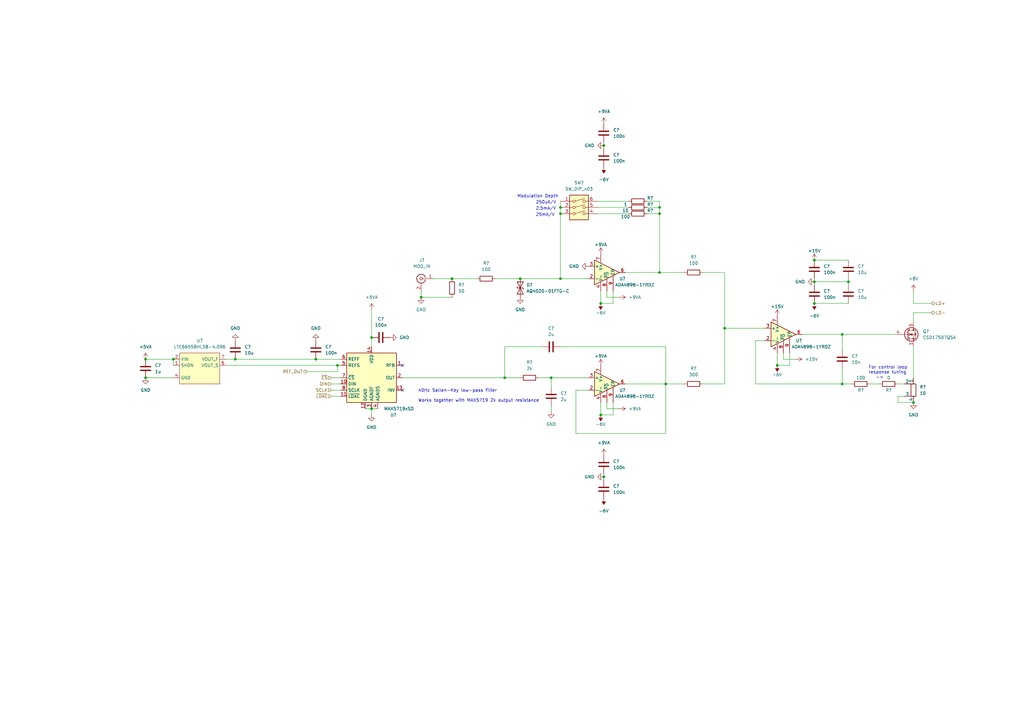
<source format=kicad_sch>
(kicad_sch (version 20211123) (generator eeschema)
  (paper "A3")
  (lib_symbols
    (symbol "Amplifier_Operational:ADA4898-1YRDZ" (pin_names (offset 0.127))
      (property "Reference" "U" (at 3.81 3.81 0))
      (property "Value" "ADA4898-1YRDZ" (at 11.43 -2.54 0))
      (symbol "ADA4898-1YRDZ_1_1"
        (polyline (pts (xy -5.08 5.08) (xy 5.08 0) (xy -5.08 -5.08) (xy -5.08 5.08)) (stroke (width 0.254)) (fill (type background)))
        (pin input line (at -7.62 -2.54 0) (length 2.54) (name "-") (number "2"))
        (pin input line (at -7.62 2.54 0) (length 2.54) (name "+") (number "3"))
        (pin power_in line (at -2.54 -7.62 90) (length 3.81) (name "V-") (number "4"))
        (pin output line (at 7.62 0 180) (length 2.54) (name "~") (number "6"))
        (pin power_in line (at -2.54 7.62 270) (length 3.81) (name "V+") (number "7"))
        (pin input line (at 0 -7.62 90) (length 5.08) (name "~{PD}") (number "8"))
        (pin passive line (at 2.54 -7.62 90) (length 6.35) (name "EP") (number "9"))
      )
    )
    (symbol "Analog_DAC:MAX5719xSD"
      (property "Reference" "U" (at -10.16 11.43 0))
      (property "Value" "MAX5719xSD" (at 1.27 11.43 0))
      (symbol "MAX5719xSD_0_1"
        (rectangle (start -10.16 10.16) (end 10.16 -10.16) (stroke (width 0.254)) (fill (type background)))
      )
      (symbol "MAX5719xSD_1_1"
        (pin passive line (at 12.7 5.08 180) (length 2.54) (name "RFB") (number "1"))
        (pin input line (at -12.7 -2.54 0) (length 2.54) (name "DIN") (number "10"))
        (pin input line (at -12.7 -7.62 0) (length 2.54) (name "~{LDAC}") (number "11"))
        (pin power_in line (at -2.54 -12.7 90) (length 2.54) (name "DGND") (number "12"))
        (pin passive line (at 12.7 -5.08 180) (length 2.54) (name "INV") (number "13"))
        (pin power_in line (at 0 12.7 270) (length 2.54) (name "VDD") (number "14"))
        (pin output line (at 12.7 0 180) (length 2.54) (name "OUT") (number "2"))
        (pin power_in line (at 0 -12.7 90) (length 2.54) (name "AGNDF") (number "3"))
        (pin power_in line (at 2.54 -12.7 90) (length 2.54) (name "AGNDS") (number "4"))
        (pin input line (at -12.7 5.08 0) (length 2.54) (name "REFS") (number "5"))
        (pin input line (at -12.7 7.62 0) (length 2.54) (name "REFF") (number "6"))
        (pin input line (at -12.7 0 0) (length 2.54) (name "~{CS}") (number "7"))
        (pin input line (at -12.7 -5.08 0) (length 2.54) (name "SCLK") (number "8"))
        (pin no_connect line (at 10.16 -7.62 180) (length 2.54) hide (name "NC") (number "9"))
      )
    )
    (symbol "Connector:Conn_Coaxial" (pin_names (offset 1.016) hide)
      (property "Reference" "J" (at 0.254 3.048 0))
      (property "Value" "Conn_Coaxial" (at 2.921 0 90))
      (symbol "Conn_Coaxial_0_1"
        (arc (start -1.778 -0.508) (mid 0.2311 -1.8066) (end 1.778 0) (stroke (width 0.254)))
        (polyline (pts (xy -2.54 0) (xy -0.508 0)))
        (polyline (pts (xy 0 -2.54) (xy 0 -1.778)))
        (circle (center 0 0) (radius 0.508) (stroke (width 0.2032)))
        (arc (start 1.778 0) (mid 0.2099 1.8101) (end -1.778 0.508) (stroke (width 0.254)))
      )
      (symbol "Conn_Coaxial_1_1"
        (pin passive line (at -5.08 0 0) (length 2.54) (name "In") (number "1"))
        (pin passive line (at 0 -5.08 90) (length 2.54) (name "Ext") (number "2"))
      )
    )
    (symbol "Device:C" (pin_numbers hide) (pin_names (offset 0.254))
      (property "Reference" "C" (at 0.635 2.54 0))
      (property "Value" "C" (at 0.635 -2.54 0))
      (symbol "C_0_1"
        (polyline (pts (xy -2.032 -0.762) (xy 2.032 -0.762)) (stroke (width 0.508)))
        (polyline (pts (xy -2.032 0.762) (xy 2.032 0.762)) (stroke (width 0.508)))
      )
      (symbol "C_1_1"
        (pin passive line (at 0 3.81 270) (length 2.794) (name "~") (number "1"))
        (pin passive line (at 0 -3.81 90) (length 2.794) (name "~") (number "2"))
      )
    )
    (symbol "Device:D_TVS" (pin_numbers hide) (pin_names (offset 1.016) hide)
      (property "Reference" "D" (at 0 2.54 0))
      (property "Value" "D_TVS" (at 0 -2.54 0))
      (symbol "D_TVS_0_1"
        (polyline (pts (xy 1.27 0) (xy -1.27 0)))
        (polyline (pts (xy 0.508 1.27) (xy 0 1.27) (xy 0 -1.27) (xy -0.508 -1.27)) (stroke (width 0.254)))
        (polyline (pts (xy -2.54 1.27) (xy -2.54 -1.27) (xy 2.54 1.27) (xy 2.54 -1.27) (xy -2.54 1.27)) (stroke (width 0.254)))
      )
      (symbol "D_TVS_1_1"
        (pin passive line (at -3.81 0 0) (length 2.54) (name "A1") (number "1"))
        (pin passive line (at 3.81 0 180) (length 2.54) (name "A2") (number "2"))
      )
    )
    (symbol "Device:R" (pin_numbers hide) (pin_names (offset 0))
      (property "Reference" "R" (at 2.032 0 90))
      (property "Value" "R" (at 0 0 90))
      (symbol "R_0_1"
        (rectangle (start -1.016 -2.54) (end 1.016 2.54) (stroke (width 0.254)))
      )
      (symbol "R_1_1"
        (pin passive line (at 0 3.81 270) (length 1.27) (name "~") (number "1"))
        (pin passive line (at 0 -3.81 90) (length 1.27) (name "~") (number "2"))
      )
    )
    (symbol "Device:R_Shunt" (pin_numbers hide) (pin_names (offset 0))
      (property "Reference" "R" (at -4.445 0 90))
      (property "Value" "R_Shunt" (at -2.54 0 90))
      (symbol "R_Shunt_0_1"
        (rectangle (start -1.016 -2.54) (end 1.016 2.54) (stroke (width 0.254)))
        (polyline (pts (xy 0 -2.54) (xy 1.27 -2.54)))
        (polyline (pts (xy 1.27 2.54) (xy 0 2.54)))
      )
      (symbol "R_Shunt_1_1"
        (pin passive line (at 0 5.08 270) (length 2.54) (name "1") (number "1"))
        (pin passive line (at 3.81 2.54 180) (length 2.54) (name "2") (number "2"))
        (pin passive line (at 3.81 -2.54 180) (length 2.54) (name "3") (number "3"))
        (pin passive line (at 0 -5.08 90) (length 2.54) (name "4") (number "4"))
      )
    )
    (symbol "Switch:SW_DIP_x03" (pin_names (offset 0) hide)
      (property "Reference" "SW" (at 0 8.89 0))
      (property "Value" "SW_DIP_x03" (at 0 -3.81 0))
      (symbol "SW_DIP_x03_0_0"
        (circle (center -2.032 0) (radius 0.508))
        (circle (center -2.032 2.54) (radius 0.508))
        (circle (center -2.032 5.08) (radius 0.508))
        (polyline (pts (xy -1.524 0.127) (xy 2.3622 1.1684)))
        (polyline (pts (xy -1.524 2.667) (xy 2.3622 3.7084)))
        (polyline (pts (xy -1.524 5.207) (xy 2.3622 6.2484)))
        (circle (center 2.032 0) (radius 0.508))
        (circle (center 2.032 2.54) (radius 0.508))
        (circle (center 2.032 5.08) (radius 0.508))
      )
      (symbol "SW_DIP_x03_0_1"
        (rectangle (start -3.81 7.62) (end 3.81 -2.54) (stroke (width 0.254)) (fill (type background)))
      )
      (symbol "SW_DIP_x03_1_1"
        (pin passive line (at -7.62 5.08 0) (length 5.08) (name "~") (number "1"))
        (pin passive line (at -7.62 2.54 0) (length 5.08) (name "~") (number "2"))
        (pin passive line (at -7.62 0 0) (length 5.08) (name "~") (number "3"))
        (pin passive line (at 7.62 0 180) (length 5.08) (name "~") (number "4"))
        (pin passive line (at 7.62 2.54 180) (length 5.08) (name "~") (number "5"))
        (pin passive line (at 7.62 5.08 180) (length 5.08) (name "~") (number "6"))
      )
    )
    (symbol "Transistor_FET:CSD17507Q5A" (pin_names hide)
      (property "Reference" "Q" (at 5.08 1.905 0))
      (property "Value" "CSD17507Q5A" (at 5.08 0 0))
      (symbol "CSD17507Q5A_0_1"
        (polyline (pts (xy 0.254 0) (xy -2.54 0)))
        (polyline (pts (xy 0.254 1.905) (xy 0.254 -1.905)) (stroke (width 0.254)))
        (polyline (pts (xy 0.762 -1.27) (xy 0.762 -2.286)) (stroke (width 0.254)))
        (polyline (pts (xy 0.762 0.508) (xy 0.762 -0.508)) (stroke (width 0.254)))
        (polyline (pts (xy 0.762 2.286) (xy 0.762 1.27)) (stroke (width 0.254)))
        (polyline (pts (xy 2.54 2.54) (xy 2.54 1.778)))
        (polyline (pts (xy 2.54 -2.54) (xy 2.54 0) (xy 0.762 0)))
        (polyline (pts (xy 0.762 -1.778) (xy 3.302 -1.778) (xy 3.302 1.778) (xy 0.762 1.778)))
        (polyline (pts (xy 1.016 0) (xy 2.032 0.381) (xy 2.032 -0.381) (xy 1.016 0)) (fill (type outline)))
        (polyline (pts (xy 2.794 0.508) (xy 2.921 0.381) (xy 3.683 0.381) (xy 3.81 0.254)))
        (polyline (pts (xy 3.302 0.381) (xy 2.921 -0.254) (xy 3.683 -0.254) (xy 3.302 0.381)))
        (circle (center 1.651 0) (radius 2.794) (stroke (width 0.254)))
        (circle (center 2.54 -1.778) (radius 0.254) (fill (type outline)))
        (circle (center 2.54 1.778) (radius 0.254) (fill (type outline)))
      )
      (symbol "CSD17507Q5A_1_1"
        (pin passive line (at 2.54 -5.08 90) (length 2.54) (name "S") (number "1"))
        (pin passive line (at 2.54 -5.08 90) (length 2.54) hide (name "S") (number "2"))
        (pin passive line (at 2.54 -5.08 90) (length 2.54) hide (name "S") (number "3"))
        (pin passive line (at -5.08 0 0) (length 2.54) (name "G") (number "4"))
        (pin passive line (at 2.54 5.08 270) (length 2.54) (name "D") (number "5"))
      )
    )
    (symbol "kirdy:LTC6655"
      (property "Reference" "U" (at 0 -10.16 0))
      (property "Value" "LTC6655" (at 0 -7.62 0))
      (symbol "LTC6655_0_0"
        (pin input line (at -10.16 2.54 0) (length 2.54) (name "SHDN") (number "1"))
        (pin power_in line (at -10.16 5.08 0) (length 2.54) (name "VIN") (number "2"))
        (pin power_in line (at -10.16 -2.54 0) (length 2.54) hide (name "GND") (number "3"))
        (pin power_in line (at -10.16 -2.54 0) (length 2.54) (name "GND") (number "4"))
        (pin power_in line (at -10.16 -2.54 0) (length 2.54) hide (name "GND") (number "5"))
        (pin input line (at 11.43 2.54 180) (length 2.54) (name "VOUT_S") (number "6"))
        (pin output line (at 11.43 5.08 180) (length 2.54) (name "VOUT_F") (number "7"))
        (pin power_in line (at -10.16 -2.54 0) (length 2.54) hide (name "GND") (number "8"))
      )
      (symbol "LTC6655_0_1"
        (rectangle (start -7.62 7.62) (end 8.89 -5.08) (fill (type background)))
      )
    )
    (symbol "power:+15V" (power) (pin_names (offset 0))
      (property "Value" "+15V" (at 0 3.556 0))
      (symbol "+15V_0_1"
        (polyline (pts (xy -0.762 1.27) (xy 0 2.54)))
        (polyline (pts (xy 0 0) (xy 0 2.54)))
        (polyline (pts (xy 0 2.54) (xy 0.762 1.27)))
      )
      (symbol "+15V_1_1"
        (pin power_in line (at 0 0 90) (length 0) hide (name "+15V") (number "1"))
      )
    )
    (symbol "power:+5VA" (power) (pin_names (offset 0))
      (property "Value" "+5VA" (at 0 3.556 0))
      (symbol "+5VA_0_1"
        (polyline (pts (xy -0.762 1.27) (xy 0 2.54)))
        (polyline (pts (xy 0 0) (xy 0 2.54)))
        (polyline (pts (xy 0 2.54) (xy 0.762 1.27)))
      )
      (symbol "+5VA_1_1"
        (pin power_in line (at 0 0 90) (length 0) hide (name "+5VA") (number "1"))
      )
    )
    (symbol "power:+8V" (power) (pin_names (offset 0))
      (property "Value" "+8V" (at 0 3.556 0))
      (symbol "+8V_0_1"
        (polyline (pts (xy -0.762 1.27) (xy 0 2.54)))
        (polyline (pts (xy 0 0) (xy 0 2.54)))
        (polyline (pts (xy 0 2.54) (xy 0.762 1.27)))
      )
      (symbol "+8V_1_1"
        (pin power_in line (at 0 0 90) (length 0) hide (name "+8V") (number "1"))
      )
    )
    (symbol "power:+9VA" (power) (pin_names (offset 0))
      (property "Value" "+9VA" (at 0 3.81 0))
      (symbol "+9VA_0_1"
        (polyline (pts (xy -0.762 1.27) (xy 0 2.54)))
        (polyline (pts (xy 0 0) (xy 0 2.54)))
        (polyline (pts (xy 0 2.54) (xy 0.762 1.27)))
      )
      (symbol "+9VA_1_1"
        (pin power_in line (at 0 0 90) (length 0) hide (name "+9VA") (number "1"))
      )
    )
    (symbol "power:-6V" (power) (pin_names (offset 0))
      (property "Value" "-6V" (at 0 3.81 0))
      (symbol "-6V_0_0"
        (pin power_in line (at 0 0 90) (length 0) hide (name "-6V") (number "1"))
      )
      (symbol "-6V_0_1"
        (polyline (pts (xy 0 0) (xy 0 1.27) (xy 0.762 1.27) (xy 0 2.54) (xy -0.762 1.27) (xy 0 1.27)) (fill (type outline)))
      )
    )
    (symbol "power:GND" (power) (pin_names (offset 0))
      (property "Value" "GND" (at 0 -3.81 0))
      (symbol "GND_0_1"
        (polyline (pts (xy 0 0) (xy 0 -1.27) (xy 1.27 -1.27) (xy 0 -2.54) (xy -1.27 -1.27) (xy 0 -1.27)))
      )
      (symbol "GND_1_1"
        (pin power_in line (at 0 0 270) (length 0) hide (name "GND") (number "1"))
      )
    )
  )
  (junction (at 229.87 87.63))
  (junction (at 270.51 111.76))
  (junction (at 318.77 149.86))
  (junction (at 229.87 85.09))
  (junction (at 334.01 115.57))
  (junction (at 138.43 149.86))
  (junction (at 247.65 59.69))
  (junction (at 213.36 114.3))
  (junction (at 334.01 106.68))
  (junction (at 185.42 114.3))
  (junction (at 246.38 170.18))
  (junction (at 273.05 157.48))
  (junction (at 246.38 124.46))
  (junction (at 129.54 147.32))
  (junction (at 207.01 154.94))
  (junction (at 96.52 147.32))
  (junction (at 347.98 115.57))
  (junction (at 226.06 154.94))
  (junction (at 247.65 195.58))
  (junction (at 71.12 147.32))
  (junction (at 334.01 124.46))
  (junction (at 270.51 87.63))
  (junction (at 345.44 157.48))
  (junction (at 374.65 165.1))
  (junction (at 59.69 154.94))
  (junction (at 152.4 138.43))
  (junction (at 152.4 167.64))
  (junction (at 345.44 137.16))
  (junction (at 270.51 85.09))
  (junction (at 172.72 121.92))
  (junction (at 59.69 147.32))
  (junction (at 229.87 114.3))
  (junction (at 297.18 134.62))
  (no_connect (at 165.1 160.02))
  (no_connect (at 165.1 149.86))
  (wire (pts (xy 226.06 166.37) (xy 226.06 168.91)))
  (wire (pts (xy 207.01 154.94) (xy 213.36 154.94)))
  (wire (pts (xy 71.12 147.32) (xy 71.12 149.86)))
  (wire (pts (xy 247.65 194.31) (xy 247.65 195.58)))
  (wire (pts (xy 172.72 121.92) (xy 185.42 121.92)))
  (wire (pts (xy 273.05 157.48) (xy 280.67 157.48)))
  (wire (pts (xy 334.01 115.57) (xy 334.01 116.84)))
  (wire (pts (xy 374.65 132.08) (xy 374.65 128.27)))
  (wire (pts (xy 229.87 142.24) (xy 273.05 142.24)))
  (wire (pts (xy 172.72 121.92) (xy 172.72 119.38)))
  (wire (pts (xy 125.73 152.4) (xy 138.43 152.4)))
  (wire (pts (xy 345.44 137.16) (xy 345.44 143.51)))
  (wire (pts (xy 328.93 137.16) (xy 345.44 137.16)))
  (wire (pts (xy 248.92 167.64) (xy 254 167.64)))
  (wire (pts (xy 213.36 114.3) (xy 229.87 114.3)))
  (wire (pts (xy 288.29 157.48) (xy 297.18 157.48)))
  (wire (pts (xy 247.65 59.69) (xy 247.65 60.96)))
  (wire (pts (xy 185.42 114.3) (xy 195.58 114.3)))
  (wire (pts (xy 177.8 114.3) (xy 185.42 114.3)))
  (wire (pts (xy 135.89 160.02) (xy 139.7 160.02)))
  (wire (pts (xy 270.51 82.55) (xy 270.51 85.09)))
  (wire (pts (xy 270.51 87.63) (xy 270.51 111.76)))
  (wire (pts (xy 203.2 114.3) (xy 213.36 114.3)))
  (wire (pts (xy 321.31 147.32) (xy 326.39 147.32)))
  (wire (pts (xy 368.3 162.56) (xy 368.3 165.1)))
  (wire (pts (xy 152.4 127) (xy 152.4 138.43)))
  (wire (pts (xy 96.52 147.32) (xy 129.54 147.32)))
  (wire (pts (xy 135.89 157.48) (xy 139.7 157.48)))
  (wire (pts (xy 270.51 111.76) (xy 280.67 111.76)))
  (wire (pts (xy 247.65 58.42) (xy 247.65 59.69)))
  (wire (pts (xy 138.43 152.4) (xy 138.43 149.86)))
  (wire (pts (xy 265.43 87.63) (xy 270.51 87.63)))
  (wire (pts (xy 135.89 154.94) (xy 139.7 154.94)))
  (wire (pts (xy 345.44 137.16) (xy 367.03 137.16)))
  (wire (pts (xy 256.54 157.48) (xy 273.05 157.48)))
  (wire (pts (xy 226.06 154.94) (xy 241.3 154.94)))
  (wire (pts (xy 220.98 154.94) (xy 226.06 154.94)))
  (wire (pts (xy 245.11 87.63) (xy 257.81 87.63)))
  (wire (pts (xy 273.05 177.8) (xy 273.05 157.48)))
  (wire (pts (xy 374.65 128.27) (xy 382.27 128.27)))
  (wire (pts (xy 138.43 149.86) (xy 139.7 149.86)))
  (wire (pts (xy 347.98 115.57) (xy 334.01 115.57)))
  (wire (pts (xy 92.71 149.86) (xy 138.43 149.86)))
  (wire (pts (xy 236.22 160.02) (xy 236.22 177.8)))
  (wire (pts (xy 251.46 124.46) (xy 251.46 119.38)))
  (wire (pts (xy 246.38 119.38) (xy 246.38 124.46)))
  (wire (pts (xy 251.46 170.18) (xy 251.46 165.1)))
  (wire (pts (xy 207.01 142.24) (xy 207.01 154.94)))
  (wire (pts (xy 222.25 142.24) (xy 207.01 142.24)))
  (wire (pts (xy 265.43 82.55) (xy 270.51 82.55)))
  (wire (pts (xy 297.18 134.62) (xy 313.69 134.62)))
  (wire (pts (xy 248.92 119.38) (xy 248.92 121.92)))
  (wire (pts (xy 246.38 124.46) (xy 251.46 124.46)))
  (wire (pts (xy 297.18 111.76) (xy 297.18 134.62)))
  (wire (pts (xy 318.77 149.86) (xy 323.85 149.86)))
  (wire (pts (xy 368.3 162.56) (xy 370.84 162.56)))
  (wire (pts (xy 92.71 147.32) (xy 96.52 147.32)))
  (wire (pts (xy 236.22 177.8) (xy 273.05 177.8)))
  (wire (pts (xy 356.87 157.48) (xy 360.68 157.48)))
  (wire (pts (xy 248.92 165.1) (xy 248.92 167.64)))
  (wire (pts (xy 165.1 154.94) (xy 207.01 154.94)))
  (wire (pts (xy 368.3 157.48) (xy 370.84 157.48)))
  (wire (pts (xy 256.54 111.76) (xy 270.51 111.76)))
  (wire (pts (xy 288.29 111.76) (xy 297.18 111.76)))
  (wire (pts (xy 265.43 85.09) (xy 270.51 85.09)))
  (wire (pts (xy 59.69 147.32) (xy 71.12 147.32)))
  (wire (pts (xy 59.69 154.94) (xy 71.12 154.94)))
  (wire (pts (xy 345.44 157.48) (xy 309.88 157.48)))
  (wire (pts (xy 229.87 82.55) (xy 229.87 85.09)))
  (wire (pts (xy 246.38 170.18) (xy 251.46 170.18)))
  (wire (pts (xy 318.77 144.78) (xy 318.77 149.86)))
  (wire (pts (xy 309.88 157.48) (xy 309.88 139.7)))
  (wire (pts (xy 152.4 138.43) (xy 152.4 142.24)))
  (wire (pts (xy 321.31 144.78) (xy 321.31 147.32)))
  (wire (pts (xy 374.65 124.46) (xy 382.27 124.46)))
  (wire (pts (xy 297.18 157.48) (xy 297.18 134.62)))
  (wire (pts (xy 229.87 85.09) (xy 229.87 87.63)))
  (wire (pts (xy 149.86 167.64) (xy 152.4 167.64)))
  (wire (pts (xy 135.89 162.56) (xy 139.7 162.56)))
  (wire (pts (xy 248.92 121.92) (xy 254 121.92)))
  (wire (pts (xy 129.54 147.32) (xy 139.7 147.32)))
  (wire (pts (xy 345.44 157.48) (xy 349.25 157.48)))
  (wire (pts (xy 246.38 165.1) (xy 246.38 170.18)))
  (wire (pts (xy 247.65 195.58) (xy 247.65 196.85)))
  (wire (pts (xy 229.87 87.63) (xy 229.87 114.3)))
  (wire (pts (xy 245.11 85.09) (xy 257.81 85.09)))
  (wire (pts (xy 347.98 114.3) (xy 347.98 115.57)))
  (wire (pts (xy 374.65 119.38) (xy 374.65 124.46)))
  (wire (pts (xy 152.4 167.64) (xy 152.4 170.18)))
  (wire (pts (xy 273.05 142.24) (xy 273.05 157.48)))
  (wire (pts (xy 347.98 115.57) (xy 347.98 116.84)))
  (wire (pts (xy 226.06 154.94) (xy 226.06 158.75)))
  (wire (pts (xy 241.3 160.02) (xy 236.22 160.02)))
  (wire (pts (xy 368.3 165.1) (xy 374.65 165.1)))
  (wire (pts (xy 334.01 114.3) (xy 334.01 115.57)))
  (wire (pts (xy 334.01 106.68) (xy 347.98 106.68)))
  (wire (pts (xy 334.01 124.46) (xy 347.98 124.46)))
  (wire (pts (xy 374.65 142.24) (xy 374.65 154.94)))
  (wire (pts (xy 323.85 149.86) (xy 323.85 144.78)))
  (wire (pts (xy 229.87 114.3) (xy 241.3 114.3)))
  (wire (pts (xy 345.44 151.13) (xy 345.44 157.48)))
  (wire (pts (xy 245.11 82.55) (xy 257.81 82.55)))
  (wire (pts (xy 270.51 85.09) (xy 270.51 87.63)))
  (wire (pts (xy 152.4 167.64) (xy 154.94 167.64)))
  (wire (pts (xy 309.88 139.7) (xy 313.69 139.7)))
  (text "250uA/V" (at 219.71 83.82 0) (effects (font (size 1.27 1.27)) (justify left bottom)))
  (text "2.5mA/V" (at 219.71 86.36 0) (effects (font (size 1.27 1.27)) (justify left bottom)))
  (text "For control loop\nresponse tuning\n   ->" (at 356.235 155.575 0) (effects (font (size 1.27 1.27)) (justify left bottom)))
  (text "25mA/V" (at 219.71 88.9 0) (effects (font (size 1.27 1.27)) (justify left bottom)))
  (text "40Hz Sallen-Key low-pass filter\n\nWorks together with MAX5719 2k output resistance" (at 171.45 165.1 0) (effects (font (size 1.27 1.27)) (justify left bottom)))
  (text "Modulation Depth" (at 212.09 81.28 0) (effects (font (size 1.27 1.27)) (justify left bottom)))
  (hierarchical_label "~{LDAC}" (shape input) (at 135.89 162.56 180))
  (hierarchical_label "LD+" (shape output) (at 382.27 124.46 0))
  (hierarchical_label "SCLK" (shape input) (at 135.89 160.02 180))
  (hierarchical_label "REF_OUT" (shape output) (at 125.73 152.4 180))
  (hierarchical_label "DIN" (shape input) (at 135.89 157.48 180))
  (hierarchical_label "LD-" (shape output) (at 382.27 128.27 0))
  (hierarchical_label "~{CS}" (shape input) (at 135.89 154.94 180))
  (symbol (lib_id "Device:R") (at 261.62 87.63 90) (unit 1)
    (property "Reference" "R?" (at 266.7 86.36 90))
    (property "Value" "100" (at 256.54 88.9 90))
  )
  (symbol (lib_id "Device:C") (at 226.06 142.24 90) (unit 1)
    (property "Reference" "C?" (at 226.06 134.62 90))
    (property "Value" "2u" (at 226.06 137.16 90))
  )
  (symbol (lib_id "power:+15V") (at 334.01 106.68 0) (unit 1)
    (property "Reference" "#PWR?" (effects hide))
    (property "Value" "+15V" (at 334.01 102.87 0))
  )
  (symbol (lib_id "power:+9VA") (at 247.65 50.8 0) (unit 1)
    (property "Reference" "#PWR?" (effects hide))
    (property "Value" "+9VA" (at 247.65 45.72 0))
  )
  (symbol (lib_id "Device:R") (at 364.49 157.48 90) (unit 1)
    (property "Reference" "R?" (at 364.49 160.02 90))
    (property "Value" "0" (at 364.49 154.94 90))
  )
  (symbol (lib_id "power:-6V") (at 247.65 68.58 180) (unit 1)
    (property "Reference" "#PWR?" (effects hide))
    (property "Value" "-6V" (at 247.65 73.66 0))
  )
  (symbol (lib_id "power:+5VA") (at 59.69 147.32 0) (unit 1)
    (property "Reference" "#PWR?" (effects hide))
    (property "Value" "+5VA" (at 59.69 142.24 0))
  )
  (symbol (lib_id "Device:C") (at 347.98 120.65 0) (unit 1)
    (property "Reference" "C?" (at 351.79 119.3799 0) (effects (justify left)))
    (property "Value" "10u" (at 351.79 121.9199 0) (effects (justify left)))
  )
  (symbol (lib_id "Device:C") (at 96.52 143.51 0) (unit 1)
    (property "Reference" "C?" (at 100.33 142.2399 0) (effects (justify left)))
    (property "Value" "10u" (at 100.33 144.7799 0) (effects (justify left)))
  )
  (symbol (lib_id "Device:R") (at 353.06 157.48 90) (unit 1)
    (property "Reference" "R?" (at 353.06 160.02 90))
    (property "Value" "100" (at 353.06 154.94 90))
  )
  (symbol (lib_id "power:GND") (at 247.65 195.58 270) (unit 1)
    (property "Reference" "#PWR?" (effects hide))
    (property "Value" "GND" (at 243.84 195.5799 90) (effects (justify right)))
  )
  (symbol (lib_id "power:GND") (at 152.4 170.18 0) (unit 1)
    (property "Reference" "#PWR?" (effects hide))
    (property "Value" "GND" (at 152.4 175.26 0))
  )
  (symbol (lib_id "Amplifier_Operational:ADA4898-1YRDZ") (at 321.31 137.16 0) (unit 1)
    (property "Reference" "U?" (at 327.66 139.7 0))
    (property "Value" "ADA4898-1YRDZ" (at 332.74 142.24 0))
    (property "Footprint" "Package_SO:SOIC-8-1EP_3.9x4.9mm_P1.27mm_EP2.29x3mm" (effects hide))
    (property "Datasheet" "https://www.analog.com/media/en/technical-documentation/data-sheets/ada4898-1_4898-2.pdf" (effects hide))
  )
  (symbol (lib_id "Device:C") (at 345.44 147.32 0) (unit 1)
    (property "Reference" "C?" (at 349.25 146.0499 0) (effects (justify left)))
    (property "Value" "10n" (at 349.25 148.5899 0) (effects (justify left)))
  )
  (symbol (lib_id "Device:R") (at 284.48 157.48 90) (unit 1)
    (property "Reference" "R?" (at 284.48 151.13 90))
    (property "Value" "300" (at 284.48 153.67 90))
  )
  (symbol (lib_id "power:GND") (at 160.02 138.43 90) (unit 1)
    (property "Reference" "#PWR?" (effects hide))
    (property "Value" "GND" (at 163.83 138.4299 90) (effects (justify right)))
  )
  (symbol (lib_id "power:GND") (at 59.69 154.94 0) (unit 1)
    (property "Reference" "#PWR?" (effects hide))
    (property "Value" "GND" (at 59.69 160.02 0))
  )
  (symbol (lib_id "power:GND") (at 96.52 139.7 180) (unit 1)
    (property "Reference" "#PWR?" (effects hide))
    (property "Value" "GND" (at 96.52 134.62 0))
  )
  (symbol (lib_id "power:+9VA") (at 247.65 186.69 0) (unit 1)
    (property "Reference" "#PWR?" (effects hide))
    (property "Value" "+9VA" (at 247.65 181.61 0))
  )
  (symbol (lib_id "Device:C") (at 247.65 54.61 0) (unit 1)
    (property "Reference" "C?" (at 251.46 53.3399 0) (effects (justify left)))
    (property "Value" "100n" (at 251.46 55.8799 0) (effects (justify left)))
  )
  (symbol (lib_id "power:-6V") (at 247.65 204.47 180) (unit 1)
    (property "Reference" "#PWR?" (effects hide))
    (property "Value" "-6V" (at 247.65 209.55 0))
  )
  (symbol (lib_id "Switch:SW_DIP_x03") (at 237.49 87.63 0) (unit 1)
    (property "Reference" "SW?" (at 237.49 74.93 0))
    (property "Value" "SW_DIP_x03" (at 237.49 77.47 0))
  )
  (symbol (lib_id "Amplifier_Operational:ADA4898-1YRDZ") (at 248.92 157.48 0) (unit 1)
    (property "Reference" "U?" (at 255.27 160.02 0))
    (property "Value" "ADA4898-1YRDZ" (at 260.35 162.56 0))
    (property "Footprint" "Package_SO:SOIC-8-1EP_3.9x4.9mm_P1.27mm_EP2.29x3mm" (effects hide))
    (property "Datasheet" "https://www.analog.com/media/en/technical-documentation/data-sheets/ada4898-1_4898-2.pdf" (effects hide))
  )
  (symbol (lib_id "power:GND") (at 334.01 115.57 270) (unit 1)
    (property "Reference" "#PWR?" (effects hide))
    (property "Value" "GND" (at 330.2 115.5699 90) (effects (justify right)))
  )
  (symbol (lib_id "Device:C") (at 334.01 120.65 0) (unit 1)
    (property "Reference" "C?" (at 337.82 119.3799 0) (effects (justify left)))
    (property "Value" "100n" (at 337.82 121.9199 0) (effects (justify left)))
  )
  (symbol (lib_id "power:GND") (at 226.06 168.91 0) (unit 1)
    (property "Reference" "#PWR?" (effects hide))
    (property "Value" "GND" (at 226.06 173.99 0))
  )
  (symbol (lib_id "Device:R") (at 217.17 154.94 90) (unit 1)
    (property "Reference" "R?" (at 217.17 148.59 90))
    (property "Value" "2k" (at 217.17 151.13 90))
  )
  (symbol (lib_id "power:+9VA") (at 254 121.92 270) (unit 1)
    (property "Reference" "#PWR?" (effects hide))
    (property "Value" "+9VA" (at 257.81 121.9199 90) (effects (justify left)))
  )
  (symbol (lib_id "Device:R_Shunt") (at 374.65 160.02 0) (mirror y) (unit 1)
    (property "Reference" "R?" (at 377.19 158.7499 0) (effects (justify right)))
    (property "Value" "10" (at 377.19 161.2899 0) (effects (justify right)))
  )
  (symbol (lib_id "power:-6V") (at 246.38 170.18 180) (unit 1)
    (property "Reference" "#PWR?" (effects hide))
    (property "Value" "-6V" (at 246.38 173.99 0))
  )
  (symbol (lib_id "power:GND") (at 241.3 109.22 270) (unit 1)
    (property "Reference" "#PWR?" (effects hide))
    (property "Value" "GND" (at 237.49 109.2199 90) (effects (justify right)))
  )
  (symbol (lib_id "power:+15V") (at 326.39 147.32 270) (unit 1)
    (property "Reference" "#PWR?" (effects hide))
    (property "Value" "+15V" (at 330.2 147.32 90) (effects (justify left)))
  )
  (symbol (lib_id "power:GND") (at 247.65 59.69 270) (unit 1)
    (property "Reference" "#PWR?" (effects hide))
    (property "Value" "GND" (at 243.84 59.6899 90) (effects (justify right)))
  )
  (symbol (lib_id "Device:C") (at 347.98 110.49 0) (unit 1)
    (property "Reference" "C?" (at 351.79 109.2199 0) (effects (justify left)))
    (property "Value" "10u" (at 351.79 111.7599 0) (effects (justify left)))
  )
  (symbol (lib_id "Device:R") (at 284.48 111.76 90) (unit 1)
    (property "Reference" "R?" (at 284.48 105.41 90))
    (property "Value" "100" (at 284.48 107.95 90))
  )
  (symbol (lib_id "Device:R") (at 185.42 118.11 0) (unit 1)
    (property "Reference" "R?" (at 187.96 116.8399 0) (effects (justify left)))
    (property "Value" "50" (at 187.96 119.3799 0) (effects (justify left)))
  )
  (symbol (lib_id "power:GND") (at 213.36 121.92 0) (unit 1)
    (property "Reference" "#PWR?" (effects hide))
    (property "Value" "GND" (at 213.36 127 0))
  )
  (symbol (lib_id "Device:R") (at 199.39 114.3 90) (unit 1)
    (property "Reference" "R?" (at 199.39 107.95 90))
    (property "Value" "100" (at 199.39 110.49 90))
  )
  (symbol (lib_id "power:+9VA") (at 254 167.64 270) (unit 1)
    (property "Reference" "#PWR?" (effects hide))
    (property "Value" "+9VA" (at 257.81 167.6399 90) (effects (justify left)))
  )
  (symbol (lib_id "power:GND") (at 374.65 165.1 0) (unit 1)
    (property "Reference" "#PWR?" (effects hide))
    (property "Value" "GND" (at 374.65 170.18 0))
  )
  (symbol (lib_id "Device:R") (at 261.62 82.55 90) (unit 1)
    (property "Reference" "R?" (at 266.7 81.28 90))
    (property "Value" "1" (at 256.54 83.82 90))
  )
  (symbol (lib_id "Device:C") (at 59.69 151.13 0) (unit 1)
    (property "Reference" "C?" (at 63.5 149.8599 0) (effects (justify left)))
    (property "Value" "1u" (at 63.5 152.3999 0) (effects (justify left)))
  )
  (symbol (lib_id "power:+8V") (at 374.65 119.38 0) (unit 1)
    (property "Reference" "#PWR?" (effects hide))
    (property "Value" "+8V" (at 374.65 114.3 0))
  )
  (symbol (lib_id "Amplifier_Operational:ADA4898-1YRDZ") (at 248.92 111.76 0) (unit 1)
    (property "Reference" "U?" (at 255.27 114.3 0))
    (property "Value" "ADA4898-1YRDZ" (at 260.35 116.84 0))
    (property "Footprint" "Package_SO:SOIC-8-1EP_3.9x4.9mm_P1.27mm_EP2.29x3mm" (effects hide))
    (property "Datasheet" "https://www.analog.com/media/en/technical-documentation/data-sheets/ada4898-1_4898-2.pdf" (effects hide))
  )
  (symbol (lib_id "power:-6V") (at 246.38 124.46 180) (unit 1)
    (property "Reference" "#PWR?" (effects hide))
    (property "Value" "-6V" (at 246.38 128.27 0))
  )
  (symbol (lib_id "power:GND") (at 129.54 139.7 180) (unit 1)
    (property "Reference" "#PWR?" (effects hide))
    (property "Value" "GND" (at 129.54 134.62 0))
  )
  (symbol (lib_id "power:GND") (at 172.72 121.92 0) (unit 1)
    (property "Reference" "#PWR?" (effects hide))
    (property "Value" "GND" (at 172.72 127 0))
  )
  (symbol (lib_id "Device:C") (at 334.01 110.49 0) (unit 1)
    (property "Reference" "C?" (at 337.82 109.2199 0) (effects (justify left)))
    (property "Value" "100n" (at 337.82 111.7599 0) (effects (justify left)))
  )
  (symbol (lib_id "Transistor_FET:CSD17507Q5A") (at 372.11 137.16 0) (unit 1)
    (property "Reference" "Q?" (at 378.46 135.8899 0) (effects (justify left)))
    (property "Value" "CSD17507Q5A" (at 378.46 138.4299 0) (effects (justify left)))
    (property "Footprint" "Package_TO_SOT_SMD:TDSON-8-1" (effects hide))
    (property "Datasheet" "http://www.ti.com/lit/gpn/csd17507q5a" (effects hide))
  )
  (symbol (lib_id "power:-6V") (at 318.77 149.86 180) (unit 1)
    (property "Reference" "#PWR?" (effects hide))
    (property "Value" "-6V" (at 318.77 153.67 0))
  )
  (symbol (lib_id "Device:R") (at 261.62 85.09 90) (unit 1)
    (property "Reference" "R?" (at 266.7 83.82 90))
    (property "Value" "10" (at 256.54 86.36 90))
  )
  (symbol (lib_id "power:-6V") (at 334.01 124.46 180) (unit 1)
    (property "Reference" "#PWR?" (effects hide))
    (property "Value" "-6V" (at 334.01 129.54 0))
  )
  (symbol (lib_id "Device:D_TVS") (at 213.36 118.11 90) (unit 1)
    (property "Reference" "D?" (at 215.9 116.8399 90) (effects (justify right)))
    (property "Value" "AQ4020-01FTG-C" (at 215.9 119.3799 90) (effects (justify right)))
    (property "Datasheet" "https://www.mouser.hk/datasheet/2/240/Littelfuse_tvs_diode_array_AQ4020_datasheet_pdf-1372610.pdf" (effects hide))
  )
  (symbol (lib_id "power:+9VA") (at 246.38 149.86 0) (unit 1)
    (property "Reference" "#PWR?" (effects hide))
    (property "Value" "+9VA" (at 246.38 146.05 0))
  )
  (symbol (lib_id "Device:C") (at 156.21 138.43 90) (unit 1)
    (property "Reference" "C?" (at 156.21 130.81 90))
    (property "Value" "100n" (at 156.21 133.35 90))
  )
  (symbol (lib_id "power:+9VA") (at 246.38 104.14 0) (unit 1)
    (property "Reference" "#PWR?" (effects hide))
    (property "Value" "+9VA" (at 246.38 100.33 0))
  )
  (symbol (lib_id "Device:C") (at 247.65 200.66 0) (unit 1)
    (property "Reference" "C?" (at 251.46 199.3899 0) (effects (justify left)))
    (property "Value" "100n" (at 251.46 201.9299 0) (effects (justify left)))
  )
  (symbol (lib_id "Device:C") (at 226.06 162.56 0) (unit 1)
    (property "Reference" "C?" (at 229.87 161.2899 0) (effects (justify left)))
    (property "Value" "2u" (at 229.87 163.8299 0) (effects (justify left)))
  )
  (symbol (lib_id "kirdy:LTC6655") (at 81.28 152.4 0) (unit 1)
    (property "Reference" "U?" (at 81.915 139.7 0))
    (property "Value" "LTC6655BHLS8-4.096" (at 81.915 142.24 0))
    (property "Footprint" "kirdy:LCC127P500X500X155-8N" (effects hide))
    (property "Datasheet" "https://www.analog.com/media/en/technical-documentation/data-sheets/ltc6655-6655ln.pdf" (effects hide))
  )
  (symbol (lib_id "Analog_DAC:MAX5719xSD") (at 152.4 154.94 0) (unit 1)
    (property "Reference" "U?" (at 160.02 170.18 0) (effects (justify left)))
    (property "Value" "MAX5719xSD" (at 157.48 167.64 0) (effects (justify left)))
    (property "Footprint" "Package_SO:SOIC-14_3.9x8.7mm_P1.27mm" (effects hide))
    (property "Datasheet" "https://datasheets.maximintegrated.com/en/ds/MAX5717-MAX5719.pdf" (effects hide))
  )
  (symbol (lib_id "power:+15V") (at 318.77 129.54 0) (unit 1)
    (property "Reference" "#PWR?" (effects hide))
    (property "Value" "+15V" (at 318.77 125.73 0))
  )
  (symbol (lib_id "Device:C") (at 129.54 143.51 0) (unit 1)
    (property "Reference" "C?" (at 133.35 142.2399 0) (effects (justify left)))
    (property "Value" "100n" (at 133.35 144.7799 0) (effects (justify left)))
  )
  (symbol (lib_id "Device:C") (at 247.65 64.77 0) (unit 1)
    (property "Reference" "C?" (at 251.46 63.4999 0) (effects (justify left)))
    (property "Value" "100n" (at 251.46 66.0399 0) (effects (justify left)))
  )
  (symbol (lib_id "power:+5VA") (at 152.4 127 0) (unit 1)
    (property "Reference" "#PWR?" (effects hide))
    (property "Value" "+5VA" (at 152.4 121.92 0))
  )
  (symbol (lib_id "Connector:Conn_Coaxial") (at 172.72 114.3 0) (mirror y) (unit 1)
    (property "Reference" "J?" (at 173.0374 106.68 0))
    (property "Value" "MOD_IN" (at 173.0374 109.22 0))
    (property "Datasheet" " ~" (effects hide))
  )
  (symbol (lib_id "Device:C") (at 247.65 190.5 0) (unit 1)
    (property "Reference" "C?" (at 251.46 189.2299 0) (effects (justify left)))
    (property "Value" "100n" (at 251.46 191.7699 0) (effects (justify left)))
  )
)
</source>
